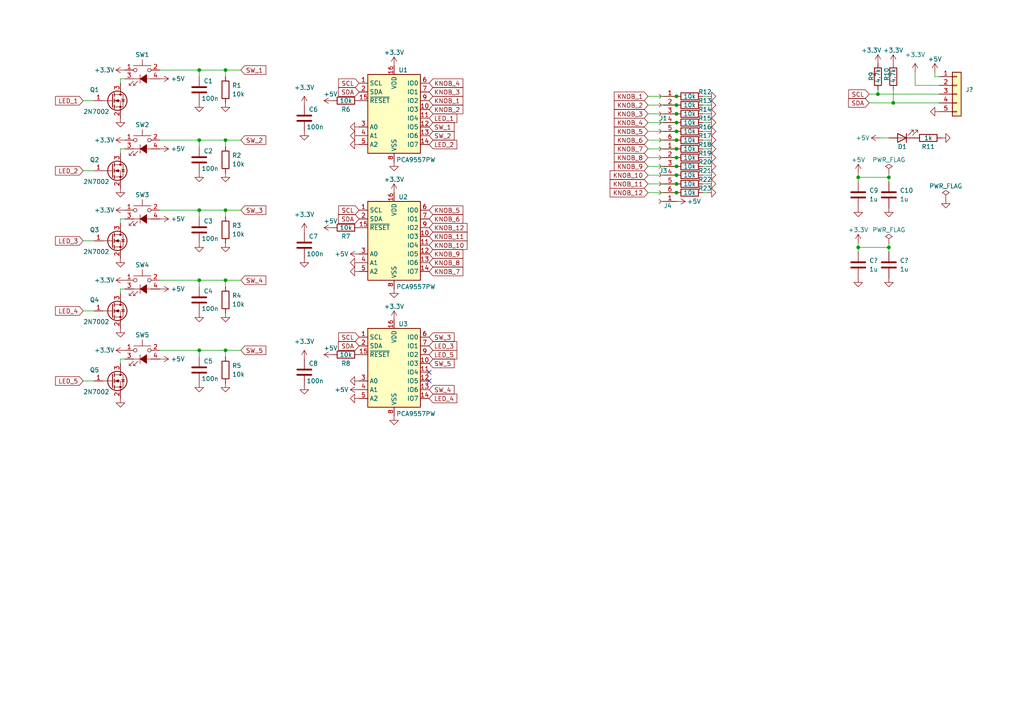
<source format=kicad_sch>
(kicad_sch (version 20211123) (generator eeschema)
  (paper "A4")
  (lib_symbols
    (symbol "Connector:Conn_01x01_Female" (pin_names (offset 1.016) hide)
      (property "Reference" "J" (at 0 2.54 0))
      (property "Value" "Conn_01x01_Female" (at 0 -2.54 0))
      (symbol "Conn_01x01_Female_1_1"
        (polyline (pts (xy -1.27 0) (xy -0.508 0)) (stroke (width 0.1524)))
        (arc (start 0 0.508) (mid -0.508 0) (end 0 -0.508) (stroke (width 0.1524)))
        (pin passive line (at -5.08 0 0) (length 3.81) (name "Pin_1") (number "1"))
      )
    )
    (symbol "Connector:Conn_01x06_Female" (pin_names (offset 1.016) hide)
      (property "Reference" "J" (at 0 7.62 0))
      (property "Value" "Conn_01x06_Female" (at 0 -10.16 0))
      (symbol "Conn_01x06_Female_1_1"
        (arc (start 0 -7.112) (mid -0.508 -7.62) (end 0 -8.128) (stroke (width 0.1524)))
        (arc (start 0 -4.572) (mid -0.508 -5.08) (end 0 -5.588) (stroke (width 0.1524)))
        (arc (start 0 -2.032) (mid -0.508 -2.54) (end 0 -3.048) (stroke (width 0.1524)))
        (polyline (pts (xy -1.27 -7.62) (xy -0.508 -7.62)) (stroke (width 0.1524)))
        (polyline (pts (xy -1.27 -5.08) (xy -0.508 -5.08)) (stroke (width 0.1524)))
        (polyline (pts (xy -1.27 -2.54) (xy -0.508 -2.54)) (stroke (width 0.1524)))
        (polyline (pts (xy -1.27 0) (xy -0.508 0)) (stroke (width 0.1524)))
        (polyline (pts (xy -1.27 2.54) (xy -0.508 2.54)) (stroke (width 0.1524)))
        (polyline (pts (xy -1.27 5.08) (xy -0.508 5.08)) (stroke (width 0.1524)))
        (arc (start 0 0.508) (mid -0.508 0) (end 0 -0.508) (stroke (width 0.1524)))
        (arc (start 0 3.048) (mid -0.508 2.54) (end 0 2.032) (stroke (width 0.1524)))
        (arc (start 0 5.588) (mid -0.508 5.08) (end 0 4.572) (stroke (width 0.1524)))
        (pin passive line (at -5.08 5.08 0) (length 3.81) (name "Pin_1") (number "1"))
        (pin passive line (at -5.08 2.54 0) (length 3.81) (name "Pin_2") (number "2"))
        (pin passive line (at -5.08 0 0) (length 3.81) (name "Pin_3") (number "3"))
        (pin passive line (at -5.08 -2.54 0) (length 3.81) (name "Pin_4") (number "4"))
        (pin passive line (at -5.08 -5.08 0) (length 3.81) (name "Pin_5") (number "5"))
        (pin passive line (at -5.08 -7.62 0) (length 3.81) (name "Pin_6") (number "6"))
      )
    )
    (symbol "Connector_Generic:Conn_01x05" (pin_names (offset 1.016) hide)
      (property "Reference" "J" (at 0 7.62 0))
      (property "Value" "Conn_01x05" (at 0 -7.62 0))
      (symbol "Conn_01x05_1_1"
        (rectangle (start -1.27 -4.953) (end 0 -5.207) (stroke (width 0.1524)))
        (rectangle (start -1.27 -2.413) (end 0 -2.667) (stroke (width 0.1524)))
        (rectangle (start -1.27 0.127) (end 0 -0.127) (stroke (width 0.1524)))
        (rectangle (start -1.27 2.667) (end 0 2.413) (stroke (width 0.1524)))
        (rectangle (start -1.27 5.207) (end 0 4.953) (stroke (width 0.1524)))
        (rectangle (start -1.27 6.35) (end 1.27 -6.35) (stroke (width 0.254)) (fill (type background)))
        (pin passive line (at -5.08 5.08 0) (length 3.81) (name "Pin_1") (number "1"))
        (pin passive line (at -5.08 2.54 0) (length 3.81) (name "Pin_2") (number "2"))
        (pin passive line (at -5.08 0 0) (length 3.81) (name "Pin_3") (number "3"))
        (pin passive line (at -5.08 -2.54 0) (length 3.81) (name "Pin_4") (number "4"))
        (pin passive line (at -5.08 -5.08 0) (length 3.81) (name "Pin_5") (number "5"))
      )
    )
    (symbol "Device:C" (pin_numbers hide) (pin_names (offset 0.254))
      (property "Reference" "C" (at 0.635 2.54 0))
      (property "Value" "C" (at 0.635 -2.54 0))
      (symbol "C_0_1"
        (polyline (pts (xy -2.032 -0.762) (xy 2.032 -0.762)) (stroke (width 0.508)))
        (polyline (pts (xy -2.032 0.762) (xy 2.032 0.762)) (stroke (width 0.508)))
      )
      (symbol "C_1_1"
        (pin passive line (at 0 3.81 270) (length 2.794) (name "~") (number "1"))
        (pin passive line (at 0 -3.81 90) (length 2.794) (name "~") (number "2"))
      )
    )
    (symbol "Device:LED" (pin_numbers hide) (pin_names (offset 1.016) hide)
      (property "Reference" "D" (at 0 2.54 0))
      (property "Value" "LED" (at 0 -2.54 0))
      (symbol "LED_0_1"
        (polyline (pts (xy -1.27 -1.27) (xy -1.27 1.27)) (stroke (width 0.254)))
        (polyline (pts (xy -1.27 0) (xy 1.27 0)))
        (polyline (pts (xy 1.27 -1.27) (xy 1.27 1.27) (xy -1.27 0) (xy 1.27 -1.27)) (stroke (width 0.254)))
        (polyline (pts (xy -3.048 -0.762) (xy -4.572 -2.286) (xy -3.81 -2.286) (xy -4.572 -2.286) (xy -4.572 -1.524)))
        (polyline (pts (xy -1.778 -0.762) (xy -3.302 -2.286) (xy -2.54 -2.286) (xy -3.302 -2.286) (xy -3.302 -1.524)))
      )
      (symbol "LED_1_1"
        (pin passive line (at -3.81 0 0) (length 2.54) (name "K") (number "1"))
        (pin passive line (at 3.81 0 180) (length 2.54) (name "A") (number "2"))
      )
    )
    (symbol "Device:R" (pin_numbers hide) (pin_names (offset 0))
      (property "Reference" "R" (at 2.032 0 90))
      (property "Value" "R" (at 0 0 90))
      (symbol "R_0_1"
        (rectangle (start -1.016 -2.54) (end 1.016 2.54) (stroke (width 0.254)))
      )
      (symbol "R_1_1"
        (pin passive line (at 0 3.81 270) (length 1.27) (name "~") (number "1"))
        (pin passive line (at 0 -3.81 90) (length 1.27) (name "~") (number "2"))
      )
    )
    (symbol "Interface_Expansion:PCA9557PW"
      (property "Reference" "U" (at -7.62 11.43 0))
      (property "Value" "PCA9557PW" (at 2.54 11.43 0))
      (symbol "PCA9557PW_0_1"
        (rectangle (start -7.62 -12.7) (end 7.62 10.16) (stroke (width 0.254)) (fill (type background)))
      )
      (symbol "PCA9557PW_1_1"
        (pin input line (at -10.16 7.62 0) (length 2.54) (name "SCL") (number "1"))
        (pin bidirectional line (at 10.16 0 180) (length 2.54) (name "IO3") (number "10"))
        (pin bidirectional line (at 10.16 -2.54 180) (length 2.54) (name "IO4") (number "11"))
        (pin bidirectional line (at 10.16 -5.08 180) (length 2.54) (name "IO5") (number "12"))
        (pin bidirectional line (at 10.16 -7.62 180) (length 2.54) (name "IO6") (number "13"))
        (pin bidirectional line (at 10.16 -10.16 180) (length 2.54) (name "IO7") (number "14"))
        (pin input line (at -10.16 2.54 0) (length 2.54) (name "~{RESET}") (number "15"))
        (pin power_in line (at 0 12.7 270) (length 2.54) (name "VDD") (number "16"))
        (pin bidirectional line (at -10.16 5.08 0) (length 2.54) (name "SDA") (number "2"))
        (pin input line (at -10.16 -5.08 0) (length 2.54) (name "A0") (number "3"))
        (pin input line (at -10.16 -7.62 0) (length 2.54) (name "A1") (number "4"))
        (pin input line (at -10.16 -10.16 0) (length 2.54) (name "A2") (number "5"))
        (pin bidirectional line (at 10.16 7.62 180) (length 2.54) (name "IO0") (number "6"))
        (pin bidirectional line (at 10.16 5.08 180) (length 2.54) (name "IO1") (number "7"))
        (pin power_in line (at 0 -15.24 90) (length 2.54) (name "VSS") (number "8"))
        (pin bidirectional line (at 10.16 2.54 180) (length 2.54) (name "IO2") (number "9"))
      )
    )
    (symbol "Switch:SW_Push_LED" (pin_names (offset 1.016) hide)
      (property "Reference" "SW" (at 0.635 5.715 0))
      (property "Value" "SW_Push_LED" (at 0 -3.175 0))
      (symbol "SW_Push_LED_0_0"
        (polyline (pts (xy -3.81 -1.905) (xy -2.54 -0.635)))
        (polyline (pts (xy -2.54 -1.905) (xy -1.27 -0.635)))
        (polyline (pts (xy -2.54 0) (xy 2.54 0)))
        (polyline (pts (xy -0.635 1.27) (xy -0.635 -1.27)))
        (polyline (pts (xy -3.81 -1.27) (xy -3.81 -1.905) (xy -3.175 -1.905)))
        (polyline (pts (xy -2.54 -1.27) (xy -2.54 -1.905) (xy -1.905 -1.905)))
        (polyline (pts (xy -0.635 0) (xy 1.27 1.27) (xy 1.27 -1.27) (xy -0.635 0)) (fill (type outline)))
      )
      (symbol "SW_Push_LED_0_1"
        (circle (center -2.032 2.54) (radius 0.508))
        (polyline (pts (xy 0 3.81) (xy 0 5.588)))
        (polyline (pts (xy 2.54 3.81) (xy -2.54 3.81)))
        (circle (center 2.032 2.54) (radius 0.508))
        (pin passive line (at -5.08 2.54 0) (length 2.54) (name "1") (number "1"))
        (pin passive line (at 5.08 2.54 180) (length 2.54) (name "2") (number "2"))
        (pin passive line (at -5.08 0 0) (length 2.54) (name "K") (number "3"))
        (pin passive line (at 5.08 0 180) (length 2.54) (name "A") (number "4"))
      )
    )
    (symbol "Transistor_FET:2N7002" (pin_names hide)
      (property "Reference" "Q" (at 5.08 1.905 0))
      (property "Value" "2N7002" (at 5.08 0 0))
      (symbol "2N7002_0_1"
        (polyline (pts (xy 0.254 0) (xy -2.54 0)))
        (polyline (pts (xy 0.254 1.905) (xy 0.254 -1.905)) (stroke (width 0.254)))
        (polyline (pts (xy 0.762 -1.27) (xy 0.762 -2.286)) (stroke (width 0.254)))
        (polyline (pts (xy 0.762 0.508) (xy 0.762 -0.508)) (stroke (width 0.254)))
        (polyline (pts (xy 0.762 2.286) (xy 0.762 1.27)) (stroke (width 0.254)))
        (polyline (pts (xy 2.54 2.54) (xy 2.54 1.778)))
        (polyline (pts (xy 2.54 -2.54) (xy 2.54 0) (xy 0.762 0)))
        (polyline (pts (xy 0.762 -1.778) (xy 3.302 -1.778) (xy 3.302 1.778) (xy 0.762 1.778)))
        (polyline (pts (xy 1.016 0) (xy 2.032 0.381) (xy 2.032 -0.381) (xy 1.016 0)) (fill (type outline)))
        (polyline (pts (xy 2.794 0.508) (xy 2.921 0.381) (xy 3.683 0.381) (xy 3.81 0.254)))
        (polyline (pts (xy 3.302 0.381) (xy 2.921 -0.254) (xy 3.683 -0.254) (xy 3.302 0.381)))
        (circle (center 1.651 0) (radius 2.794) (stroke (width 0.254)))
        (circle (center 2.54 -1.778) (radius 0.254) (fill (type outline)))
        (circle (center 2.54 1.778) (radius 0.254) (fill (type outline)))
      )
      (symbol "2N7002_1_1"
        (pin input line (at -5.08 0 0) (length 2.54) (name "G") (number "1"))
        (pin passive line (at 2.54 -5.08 90) (length 2.54) (name "S") (number "2"))
        (pin passive line (at 2.54 5.08 270) (length 2.54) (name "D") (number "3"))
      )
    )
    (symbol "power:+3.3V" (power) (pin_names (offset 0))
      (property "Value" "+3.3V" (at 0 3.556 0))
      (symbol "+3.3V_0_1"
        (polyline (pts (xy -0.762 1.27) (xy 0 2.54)))
        (polyline (pts (xy 0 0) (xy 0 2.54)))
        (polyline (pts (xy 0 2.54) (xy 0.762 1.27)))
      )
      (symbol "+3.3V_1_1"
        (pin power_in line (at 0 0 90) (length 0) hide (name "+3.3V") (number "1"))
      )
    )
    (symbol "power:+5V" (power) (pin_names (offset 0))
      (property "Value" "+5V" (at 0 3.556 0))
      (symbol "+5V_0_1"
        (polyline (pts (xy -0.762 1.27) (xy 0 2.54)))
        (polyline (pts (xy 0 0) (xy 0 2.54)))
        (polyline (pts (xy 0 2.54) (xy 0.762 1.27)))
      )
      (symbol "+5V_1_1"
        (pin power_in line (at 0 0 90) (length 0) hide (name "+5V") (number "1"))
      )
    )
    (symbol "power:GND" (power) (pin_names (offset 0))
      (property "Value" "GND" (at 0 -3.81 0))
      (symbol "GND_0_1"
        (polyline (pts (xy 0 0) (xy 0 -1.27) (xy 1.27 -1.27) (xy 0 -2.54) (xy -1.27 -1.27) (xy 0 -1.27)))
      )
      (symbol "GND_1_1"
        (pin power_in line (at 0 0 270) (length 0) hide (name "GND") (number "1"))
      )
    )
    (symbol "power:PWR_FLAG" (power) (pin_numbers hide) (pin_names (offset 0) hide)
      (property "Value" "PWR_FLAG" (at 0 3.81 0))
      (symbol "PWR_FLAG_0_0"
        (pin power_out line (at 0 0 90) (length 0) (name "pwr") (number "1"))
      )
      (symbol "PWR_FLAG_0_1"
        (polyline (pts (xy 0 0) (xy 0 1.27) (xy -1.016 1.905) (xy 0 2.54) (xy 1.016 1.905) (xy 0 1.27)))
      )
    )
  )
  (junction (at 65.405 81.28))
  (junction (at 196.215 30.48))
  (junction (at 57.785 20.32))
  (junction (at 196.215 43.18))
  (junction (at 257.81 71.755))
  (junction (at 196.215 33.02))
  (junction (at 57.785 101.6))
  (junction (at 65.405 20.32))
  (junction (at 57.785 40.64))
  (junction (at 248.92 51.435))
  (junction (at 57.785 60.96))
  (junction (at 196.215 45.72))
  (junction (at 196.215 35.56))
  (junction (at 196.215 55.88))
  (junction (at 65.405 101.6))
  (junction (at 65.405 60.96))
  (junction (at 196.215 27.94))
  (junction (at 65.405 40.64))
  (junction (at 254.635 27.305))
  (junction (at 259.08 29.845))
  (junction (at 57.785 81.28))
  (junction (at 196.215 38.1))
  (junction (at 257.81 51.435))
  (junction (at 196.215 40.64))
  (junction (at 248.92 71.755))
  (junction (at 196.215 53.34))
  (junction (at 196.215 50.8))
  (junction (at 196.215 48.26))
  (no_connect (at 124.46 107.95))
  (no_connect (at 124.46 110.49))
  (wire (pts (xy 57.785 81.28) (xy 46.355 81.28)))
  (wire (pts (xy 57.785 101.6) (xy 46.355 101.6)))
  (wire (pts (xy 257.81 50.165) (xy 257.81 51.435)))
  (wire (pts (xy 203.835 30.48) (xy 205.105 30.48)))
  (wire (pts (xy 196.215 38.1) (xy 187.96 38.1)))
  (wire (pts (xy 196.215 50.8) (xy 187.96 50.8)))
  (wire (pts (xy 203.835 33.02) (xy 205.105 33.02)))
  (wire (pts (xy 196.215 48.26) (xy 187.96 48.26)))
  (wire (pts (xy 203.835 40.64) (xy 205.105 40.64)))
  (wire (pts (xy 34.925 64.77) (xy 34.925 63.5)))
  (wire (pts (xy 257.81 40.005) (xy 255.27 40.005)))
  (wire (pts (xy 248.92 51.435) (xy 257.81 51.435)))
  (wire (pts (xy 196.215 45.72) (xy 187.96 45.72)))
  (wire (pts (xy 271.145 20.955) (xy 271.145 22.225)))
  (wire (pts (xy 65.405 101.6) (xy 69.85 101.6)))
  (wire (pts (xy 265.43 20.955) (xy 265.43 24.765)))
  (wire (pts (xy 196.215 35.56) (xy 187.96 35.56)))
  (wire (pts (xy 57.785 62.865) (xy 57.785 60.96)))
  (wire (pts (xy 34.925 44.45) (xy 34.925 43.18)))
  (wire (pts (xy 34.925 83.82) (xy 36.195 83.82)))
  (wire (pts (xy 203.835 45.72) (xy 205.105 45.72)))
  (wire (pts (xy 65.405 20.32) (xy 69.85 20.32)))
  (wire (pts (xy 252.095 29.845) (xy 259.08 29.845)))
  (wire (pts (xy 57.785 20.32) (xy 65.405 20.32)))
  (wire (pts (xy 65.405 40.64) (xy 69.85 40.64)))
  (wire (pts (xy 57.785 40.64) (xy 65.405 40.64)))
  (wire (pts (xy 203.835 35.56) (xy 205.105 35.56)))
  (wire (pts (xy 24.13 29.21) (xy 27.305 29.21)))
  (wire (pts (xy 196.215 27.94) (xy 187.96 27.94)))
  (wire (pts (xy 57.785 42.545) (xy 57.785 40.64)))
  (wire (pts (xy 259.08 26.035) (xy 259.08 29.845)))
  (wire (pts (xy 203.835 48.26) (xy 205.105 48.26)))
  (wire (pts (xy 196.215 33.02) (xy 187.96 33.02)))
  (wire (pts (xy 196.215 43.18) (xy 187.96 43.18)))
  (wire (pts (xy 257.81 51.435) (xy 257.81 52.705)))
  (wire (pts (xy 203.835 38.1) (xy 205.105 38.1)))
  (wire (pts (xy 57.785 60.96) (xy 65.405 60.96)))
  (wire (pts (xy 203.835 50.8) (xy 205.105 50.8)))
  (wire (pts (xy 252.095 27.305) (xy 254.635 27.305)))
  (wire (pts (xy 248.92 51.435) (xy 248.92 52.705)))
  (wire (pts (xy 34.925 43.18) (xy 36.195 43.18)))
  (wire (pts (xy 203.835 53.34) (xy 205.105 53.34)))
  (wire (pts (xy 34.925 105.41) (xy 34.925 104.14)))
  (wire (pts (xy 203.835 43.18) (xy 205.105 43.18)))
  (wire (pts (xy 24.13 110.49) (xy 27.305 110.49)))
  (wire (pts (xy 57.785 40.64) (xy 46.355 40.64)))
  (wire (pts (xy 248.92 70.485) (xy 248.92 71.755)))
  (wire (pts (xy 57.785 83.185) (xy 57.785 81.28)))
  (wire (pts (xy 257.81 70.485) (xy 257.81 71.755)))
  (wire (pts (xy 34.925 22.86) (xy 36.195 22.86)))
  (wire (pts (xy 57.785 81.28) (xy 65.405 81.28)))
  (wire (pts (xy 248.92 50.165) (xy 248.92 51.435)))
  (wire (pts (xy 259.08 29.845) (xy 272.415 29.845)))
  (wire (pts (xy 24.13 49.53) (xy 27.305 49.53)))
  (wire (pts (xy 24.13 69.85) (xy 27.305 69.85)))
  (wire (pts (xy 257.81 71.755) (xy 257.81 73.025)))
  (wire (pts (xy 57.785 20.32) (xy 46.355 20.32)))
  (wire (pts (xy 248.92 71.755) (xy 257.81 71.755)))
  (wire (pts (xy 65.405 60.96) (xy 65.405 62.865)))
  (wire (pts (xy 203.835 55.88) (xy 205.105 55.88)))
  (wire (pts (xy 24.13 90.17) (xy 27.305 90.17)))
  (wire (pts (xy 65.405 81.28) (xy 69.85 81.28)))
  (wire (pts (xy 196.215 30.48) (xy 187.96 30.48)))
  (wire (pts (xy 254.635 26.035) (xy 254.635 27.305)))
  (wire (pts (xy 248.92 71.755) (xy 248.92 73.025)))
  (wire (pts (xy 196.215 55.88) (xy 187.96 55.88)))
  (wire (pts (xy 65.405 40.64) (xy 65.405 42.545)))
  (wire (pts (xy 57.785 101.6) (xy 65.405 101.6)))
  (wire (pts (xy 34.925 104.14) (xy 36.195 104.14)))
  (wire (pts (xy 34.925 85.09) (xy 34.925 83.82)))
  (wire (pts (xy 34.925 63.5) (xy 36.195 63.5)))
  (wire (pts (xy 65.405 20.32) (xy 65.405 22.225)))
  (wire (pts (xy 271.145 22.225) (xy 272.415 22.225)))
  (wire (pts (xy 57.785 22.225) (xy 57.785 20.32)))
  (wire (pts (xy 65.405 81.28) (xy 65.405 83.185)))
  (wire (pts (xy 57.785 103.505) (xy 57.785 101.6)))
  (wire (pts (xy 196.215 53.34) (xy 187.96 53.34)))
  (wire (pts (xy 65.405 101.6) (xy 65.405 103.505)))
  (wire (pts (xy 65.405 60.96) (xy 69.85 60.96)))
  (wire (pts (xy 57.785 60.96) (xy 46.355 60.96)))
  (wire (pts (xy 34.925 24.13) (xy 34.925 22.86)))
  (wire (pts (xy 203.835 27.94) (xy 205.105 27.94)))
  (wire (pts (xy 254.635 27.305) (xy 272.415 27.305)))
  (wire (pts (xy 196.215 40.64) (xy 187.96 40.64)))
  (wire (pts (xy 265.43 24.765) (xy 272.415 24.765)))
  (global_label "SW_3" (shape input) (at 124.46 97.79 0) (property "Intersheet References" "${INTERSHEET_REFS}" (effects hide)))
  (global_label "KNOB_11" (shape input) (at 124.46 68.58 0) (property "Intersheet References" "${INTERSHEET_REFS}" (effects hide)))
  (global_label "KNOB_4" (shape input) (at 187.96 35.56 180) (property "Intersheet References" "${INTERSHEET_REFS}" (effects hide)))
  (global_label "SW_5" (shape input) (at 69.85 101.6 0) (property "Intersheet References" "${INTERSHEET_REFS}" (effects hide)))
  (global_label "KNOB_5" (shape input) (at 124.46 60.96 0) (property "Intersheet References" "${INTERSHEET_REFS}" (effects hide)))
  (global_label "KNOB_12" (shape input) (at 187.96 55.88 180) (property "Intersheet References" "${INTERSHEET_REFS}" (effects hide)))
  (global_label "LED_1" (shape input) (at 24.13 29.21 180) (property "Intersheet References" "${INTERSHEET_REFS}" (effects hide)))
  (global_label "SCL" (shape input) (at 104.14 97.79 180) (property "Intersheet References" "${INTERSHEET_REFS}" (effects hide)))
  (global_label "KNOB_10" (shape input) (at 187.96 50.8 180) (property "Intersheet References" "${INTERSHEET_REFS}" (effects hide)))
  (global_label "LED_4" (shape input) (at 24.13 90.17 180) (property "Intersheet References" "${INTERSHEET_REFS}" (effects hide)))
  (global_label "LED_3" (shape input) (at 124.46 100.33 0) (property "Intersheet References" "${INTERSHEET_REFS}" (effects hide)))
  (global_label "SDA" (shape input) (at 104.14 26.67 180) (property "Intersheet References" "${INTERSHEET_REFS}" (effects hide)))
  (global_label "SDA" (shape input) (at 104.14 63.5 180) (property "Intersheet References" "${INTERSHEET_REFS}" (effects hide)))
  (global_label "KNOB_2" (shape input) (at 124.46 31.75 0) (property "Intersheet References" "${INTERSHEET_REFS}" (effects hide)))
  (global_label "LED_3" (shape input) (at 24.13 69.85 180) (property "Intersheet References" "${INTERSHEET_REFS}" (effects hide)))
  (global_label "SDA" (shape input) (at 104.14 100.33 180) (property "Intersheet References" "${INTERSHEET_REFS}" (effects hide)))
  (global_label "SW_4" (shape input) (at 124.46 113.03 0) (property "Intersheet References" "${INTERSHEET_REFS}" (effects hide)))
  (global_label "LED_2" (shape input) (at 124.46 41.91 0) (property "Intersheet References" "${INTERSHEET_REFS}" (effects hide)))
  (global_label "KNOB_6" (shape input) (at 124.46 63.5 0) (property "Intersheet References" "${INTERSHEET_REFS}" (effects hide)))
  (global_label "SCL" (shape input) (at 252.095 27.305 180) (property "Intersheet References" "${INTERSHEET_REFS}" (effects hide)))
  (global_label "SW_1" (shape input) (at 69.85 20.32 0) (property "Intersheet References" "${INTERSHEET_REFS}" (effects hide)))
  (global_label "KNOB_3" (shape input) (at 124.46 26.67 0) (property "Intersheet References" "${INTERSHEET_REFS}" (effects hide)))
  (global_label "SW_5" (shape input) (at 124.46 105.41 0) (property "Intersheet References" "${INTERSHEET_REFS}" (effects hide)))
  (global_label "LED_2" (shape input) (at 24.13 49.53 180) (property "Intersheet References" "${INTERSHEET_REFS}" (effects hide)))
  (global_label "SCL" (shape input) (at 104.14 60.96 180) (property "Intersheet References" "${INTERSHEET_REFS}" (effects hide)))
  (global_label "SCL" (shape input) (at 104.14 24.13 180) (property "Intersheet References" "${INTERSHEET_REFS}" (effects hide)))
  (global_label "SW_2" (shape input) (at 124.46 39.37 0) (property "Intersheet References" "${INTERSHEET_REFS}" (effects hide)))
  (global_label "LED_4" (shape input) (at 124.46 115.57 0) (property "Intersheet References" "${INTERSHEET_REFS}" (effects hide)))
  (global_label "LED_5" (shape input) (at 24.13 110.49 180) (property "Intersheet References" "${INTERSHEET_REFS}" (effects hide)))
  (global_label "KNOB_6" (shape input) (at 187.96 40.64 180) (property "Intersheet References" "${INTERSHEET_REFS}" (effects hide)))
  (global_label "KNOB_7" (shape input) (at 187.96 43.18 180) (property "Intersheet References" "${INTERSHEET_REFS}" (effects hide)))
  (global_label "SW_1" (shape input) (at 124.46 36.83 0) (property "Intersheet References" "${INTERSHEET_REFS}" (effects hide)))
  (global_label "KNOB_12" (shape input) (at 124.46 66.04 0) (property "Intersheet References" "${INTERSHEET_REFS}" (effects hide)))
  (global_label "LED_5" (shape input) (at 124.46 102.87 0) (property "Intersheet References" "${INTERSHEET_REFS}" (effects hide)))
  (global_label "KNOB_9" (shape input) (at 124.46 73.66 0) (property "Intersheet References" "${INTERSHEET_REFS}" (effects hide)))
  (global_label "KNOB_8" (shape input) (at 124.46 76.2 0) (property "Intersheet References" "${INTERSHEET_REFS}" (effects hide)))
  (global_label "KNOB_8" (shape input) (at 187.96 45.72 180) (property "Intersheet References" "${INTERSHEET_REFS}" (effects hide)))
  (global_label "KNOB_1" (shape input) (at 124.46 29.21 0) (property "Intersheet References" "${INTERSHEET_REFS}" (effects hide)))
  (global_label "KNOB_9" (shape input) (at 187.96 48.26 180) (property "Intersheet References" "${INTERSHEET_REFS}" (effects hide)))
  (global_label "KNOB_5" (shape input) (at 187.96 38.1 180) (property "Intersheet References" "${INTERSHEET_REFS}" (effects hide)))
  (global_label "LED_1" (shape input) (at 124.46 34.29 0) (property "Intersheet References" "${INTERSHEET_REFS}" (effects hide)))
  (global_label "SW_4" (shape input) (at 69.85 81.28 0) (property "Intersheet References" "${INTERSHEET_REFS}" (effects hide)))
  (global_label "KNOB_4" (shape input) (at 124.46 24.13 0) (property "Intersheet References" "${INTERSHEET_REFS}" (effects hide)))
  (global_label "KNOB_7" (shape input) (at 124.46 78.74 0) (property "Intersheet References" "${INTERSHEET_REFS}" (effects hide)))
  (global_label "SW_2" (shape input) (at 69.85 40.64 0) (property "Intersheet References" "${INTERSHEET_REFS}" (effects hide)))
  (global_label "KNOB_2" (shape input) (at 187.96 30.48 180) (property "Intersheet References" "${INTERSHEET_REFS}" (effects hide)))
  (global_label "SDA" (shape input) (at 252.095 29.845 180) (property "Intersheet References" "${INTERSHEET_REFS}" (effects hide)))
  (global_label "KNOB_1" (shape input) (at 187.96 27.94 180) (property "Intersheet References" "${INTERSHEET_REFS}" (effects hide)))
  (global_label "KNOB_10" (shape input) (at 124.46 71.12 0) (property "Intersheet References" "${INTERSHEET_REFS}" (effects hide)))
  (global_label "KNOB_3" (shape input) (at 187.96 33.02 180) (property "Intersheet References" "${INTERSHEET_REFS}" (effects hide)))
  (global_label "SW_3" (shape input) (at 69.85 60.96 0) (property "Intersheet References" "${INTERSHEET_REFS}" (effects hide)))
  (global_label "KNOB_11" (shape input) (at 187.96 53.34 180) (property "Intersheet References" "${INTERSHEET_REFS}" (effects hide)))
  (symbol (lib_id "power:GND") (at 257.81 60.325 0) (unit 1)
    (property "Reference" "#PWR0158" (effects hide))
    (property "Value" "GND" (effects hide))
  )
  (symbol (lib_id "Device:C") (at 57.785 107.315 0) (unit 1)
    (property "Reference" "C5" (at 59.055 104.775 0) (effects (justify left)))
    (property "Value" "100n" (at 58.42 109.855 0) (effects (justify left)))
    (property "Footprint" "Capacitor_SMD:C_0603_1608Metric" (effects hide))
    (property "LCSC" "C14663" (effects hide))
  )
  (symbol (lib_id "power:GND") (at 34.925 54.61 0) (unit 1)
    (property "Reference" "#PWR0107" (effects hide))
    (property "Value" "GND" (effects hide))
  )
  (symbol (lib_id "power:GND") (at 104.14 78.74 270) (unit 1)
    (property "Reference" "#PWR0153" (effects hide))
    (property "Value" "GND" (effects hide))
  )
  (symbol (lib_id "power:GND") (at 34.925 115.57 0) (unit 1)
    (property "Reference" "#PWR0140" (effects hide))
    (property "Value" "GND" (effects hide))
  )
  (symbol (lib_id "power:GND") (at 248.92 60.325 0) (unit 1)
    (property "Reference" "#PWR0159" (effects hide))
    (property "Value" "GND" (effects hide))
  )
  (symbol (lib_id "Device:R") (at 200.025 40.64 270) (mirror x) (unit 1)
    (property "Reference" "R17" (at 204.47 39.37 90))
    (property "Value" "10k" (at 200.025 40.64 90))
    (property "Footprint" "Resistor_SMD:R_0603_1608Metric" (effects hide))
    (property "LCSC" "C25804" (effects hide))
  )
  (symbol (lib_id "Device:R") (at 200.025 53.34 270) (mirror x) (unit 1)
    (property "Reference" "R22" (at 204.47 52.07 90))
    (property "Value" "10k" (at 200.025 53.34 90))
    (property "Footprint" "Resistor_SMD:R_0603_1608Metric" (effects hide))
    (property "LCSC" "C25804" (effects hide))
  )
  (symbol (lib_id "Transistor_FET:2N7002") (at 32.385 49.53 0) (unit 1)
    (property "Reference" "Q2" (at 26.035 46.355 0) (effects (justify left)))
    (property "Value" "2N7002" (at 24.13 52.705 0) (effects (justify left)))
    (property "Footprint" "Package_TO_SOT_SMD:SOT-23" (effects hide))
    (property "Datasheet" "https://www.onsemi.com/pub/Collateral/NDS7002A-D.PDF" (effects hide))
    (property "LCSC" "C8545" (effects hide))
  )
  (symbol (lib_id "power:+5V") (at 46.355 104.14 270) (unit 1)
    (property "Reference" "#PWR0118" (effects hide))
    (property "Value" "+5V" (at 49.53 104.14 90) (effects (justify left)))
  )
  (symbol (lib_id "Connector_Generic:Conn_01x05") (at 277.495 27.305 0) (unit 1)
    (property "Reference" "J?" (at 280.035 26.0349 0) (effects (justify left)))
    (property "Value" "Conn_01x05" (effects hide))
    (property "Footprint" "Connector_PinHeader_2.54mm:PinHeader_1x06_P2.54mm_Horizontal" (effects hide))
  )
  (symbol (lib_id "Device:C") (at 248.92 76.835 0) (unit 1)
    (property "Reference" "C?" (at 252.095 75.565 0) (effects (justify left)))
    (property "Value" "1u" (at 252.095 78.105 0) (effects (justify left)))
    (property "Footprint" "Capacitor_SMD:C_0603_1608Metric" (effects hide))
    (property "LCSC" "C15849" (effects hide))
  )
  (symbol (lib_id "power:+3.3V") (at 114.3 92.71 0) (unit 1)
    (property "Reference" "#PWR?" (effects hide))
    (property "Value" "+3.3V" (at 114.3 88.9 0))
  )
  (symbol (lib_id "Device:R") (at 65.405 46.355 0) (unit 1)
    (property "Reference" "R2" (at 67.31 45.0849 0) (effects (justify left)))
    (property "Value" "10k" (at 67.31 47.6249 0) (effects (justify left)))
    (property "Footprint" "Resistor_SMD:R_0603_1608Metric" (effects hide))
    (property "LCSC" "C25804" (effects hide))
  )
  (symbol (lib_id "power:GND") (at 65.405 111.125 0) (unit 1)
    (property "Reference" "#PWR0120" (effects hide))
    (property "Value" "GND" (effects hide))
  )
  (symbol (lib_id "Device:R") (at 100.33 102.87 270) (unit 1)
    (property "Reference" "R8" (at 100.33 105.41 90))
    (property "Value" "10k" (at 100.33 102.87 90))
    (property "Footprint" "Resistor_SMD:R_0603_1608Metric" (effects hide))
    (property "LCSC" "C25804" (effects hide))
  )
  (symbol (lib_id "Switch:SW_Push_LED") (at 41.275 104.14 0) (unit 1)
    (property "Reference" "SW5" (at 41.275 97.155 0))
    (property "Value" "SW_Push_LED" (effects hide))
    (property "Footprint" "eoz_fl:FL12Lx5" (effects hide))
  )
  (symbol (lib_id "Device:R") (at 200.025 50.8 270) (mirror x) (unit 1)
    (property "Reference" "R21" (at 204.47 49.53 90))
    (property "Value" "10k" (at 200.025 50.8 90))
    (property "Footprint" "Resistor_SMD:R_0603_1608Metric" (effects hide))
    (property "LCSC" "C25804" (effects hide))
  )
  (symbol (lib_id "Device:R") (at 269.24 40.005 270) (unit 1)
    (property "Reference" "R11" (at 269.24 42.545 90))
    (property "Value" "1k" (at 269.24 40.005 90))
    (property "Footprint" "Resistor_SMD:R_0603_1608Metric" (effects hide))
    (property "LCSC" "C21190" (effects hide))
  )
  (symbol (lib_id "power:GND") (at 34.925 74.93 0) (unit 1)
    (property "Reference" "#PWR0138" (effects hide))
    (property "Value" "GND" (effects hide))
  )
  (symbol (lib_id "power:GND") (at 114.3 120.65 0) (unit 1)
    (property "Reference" "#PWR0128" (effects hide))
    (property "Value" "GND" (effects hide))
  )
  (symbol (lib_id "power:+5V") (at 46.355 63.5 270) (unit 1)
    (property "Reference" "#PWR0111" (effects hide))
    (property "Value" "+5V" (at 49.53 63.5 90) (effects (justify left)))
  )
  (symbol (lib_id "power:GND") (at 104.14 110.49 270) (unit 1)
    (property "Reference" "#PWR0125" (effects hide))
    (property "Value" "GND" (effects hide))
  )
  (symbol (lib_id "Device:C") (at 88.265 71.12 0) (unit 1)
    (property "Reference" "C7" (at 89.535 68.58 0) (effects (justify left)))
    (property "Value" "100n" (at 88.9 73.66 0) (effects (justify left)))
    (property "Footprint" "Capacitor_SMD:C_0603_1608Metric" (effects hide))
    (property "LCSC" "C14663" (effects hide))
  )
  (symbol (lib_id "power:+5V") (at 96.52 102.87 90) (unit 1)
    (property "Reference" "#PWR0123" (effects hide))
    (property "Value" "+5V" (at 95.885 100.965 90))
  )
  (symbol (lib_id "Device:R") (at 259.08 22.225 0) (unit 1)
    (property "Reference" "R10" (at 257.175 23.495 90) (effects (justify left)))
    (property "Value" "4.7k" (at 259.08 24.13 90) (effects (justify left)))
    (property "Footprint" "Resistor_SMD:R_0603_1608Metric" (effects hide))
    (property "LCSC" "C23162" (effects hide))
  )
  (symbol (lib_id "Device:R") (at 200.025 35.56 270) (mirror x) (unit 1)
    (property "Reference" "R15" (at 204.47 34.29 90))
    (property "Value" "10k" (at 200.025 35.56 90))
    (property "Footprint" "Resistor_SMD:R_0603_1608Metric" (effects hide))
    (property "LCSC" "C25804" (effects hide))
  )
  (symbol (lib_id "power:GND") (at 57.785 29.845 0) (unit 1)
    (property "Reference" "#PWR0103" (effects hide))
    (property "Value" "GND" (effects hide))
  )
  (symbol (lib_id "power:GND") (at 205.105 48.26 90) (mirror x) (unit 1)
    (property "Reference" "#PWR010" (effects hide))
    (property "Value" "GND" (effects hide))
  )
  (symbol (lib_id "power:+5V") (at 96.52 66.04 90) (unit 1)
    (property "Reference" "#PWR0144" (effects hide))
    (property "Value" "+5V" (at 95.885 64.135 90))
  )
  (symbol (lib_id "Transistor_FET:2N7002") (at 32.385 69.85 0) (unit 1)
    (property "Reference" "Q3" (at 26.035 66.675 0) (effects (justify left)))
    (property "Value" "2N7002" (at 24.13 73.025 0) (effects (justify left)))
    (property "Footprint" "Package_TO_SOT_SMD:SOT-23" (effects hide))
    (property "Datasheet" "https://www.onsemi.com/pub/Collateral/NDS7002A-D.PDF" (effects hide))
    (property "LCSC" "C8545" (effects hide))
  )
  (symbol (lib_id "Device:C") (at 248.92 56.515 0) (unit 1)
    (property "Reference" "C9" (at 252.095 55.245 0) (effects (justify left)))
    (property "Value" "1u" (at 252.095 57.785 0) (effects (justify left)))
    (property "Footprint" "Capacitor_SMD:C_0603_1608Metric" (effects hide))
    (property "LCSC" "C15849" (effects hide))
  )
  (symbol (lib_id "Device:R") (at 65.405 86.995 0) (unit 1)
    (property "Reference" "R4" (at 67.31 85.7249 0) (effects (justify left)))
    (property "Value" "10k" (at 67.31 88.2649 0) (effects (justify left)))
    (property "Footprint" "Resistor_SMD:R_0603_1608Metric" (effects hide))
    (property "LCSC" "C25804" (effects hide))
  )
  (symbol (lib_id "power:GND") (at 57.785 50.165 0) (unit 1)
    (property "Reference" "#PWR0112" (effects hide))
    (property "Value" "GND" (effects hide))
  )
  (symbol (lib_id "Connector:Conn_01x06_Female") (at 191.135 48.26 0) (mirror y) (unit 1)
    (property "Reference" "J3" (at 192.405 49.53 0))
    (property "Value" "Conn_01x06_Female" (effects hide))
    (property "Footprint" "Connector_PinHeader_2.00mm:PinHeader_1x06_P2.00mm_Vertical" (effects hide))
  )
  (symbol (lib_id "power:PWR_FLAG") (at 274.32 57.785 0) (unit 1)
    (property "Reference" "#FLG0102" (effects hide))
    (property "Value" "PWR_FLAG" (at 274.32 53.975 0))
  )
  (symbol (lib_id "power:+3.3V") (at 88.265 30.48 0) (unit 1)
    (property "Reference" "#PWR?" (effects hide))
    (property "Value" "+3.3V" (at 88.265 25.4 0))
  )
  (symbol (lib_id "Switch:SW_Push_LED") (at 41.275 63.5 0) (unit 1)
    (property "Reference" "SW3" (at 41.275 56.515 0))
    (property "Value" "SW_Push_LED" (effects hide))
    (property "Footprint" "eoz_fl:FL12Lx5" (effects hide))
  )
  (symbol (lib_id "power:GND") (at 205.105 50.8 90) (mirror x) (unit 1)
    (property "Reference" "#PWR011" (effects hide))
    (property "Value" "GND" (effects hide))
  )
  (symbol (lib_id "power:+5V") (at 104.14 73.66 90) (unit 1)
    (property "Reference" "#PWR0147" (effects hide))
    (property "Value" "+5V" (at 99.06 73.66 90))
  )
  (symbol (lib_id "power:PWR_FLAG") (at 257.81 70.485 0) (unit 1)
    (property "Reference" "#FLG?" (effects hide))
    (property "Value" "PWR_FLAG" (at 257.81 66.675 0))
  )
  (symbol (lib_id "power:+3.3V") (at 254.635 18.415 0) (unit 1)
    (property "Reference" "#PWR?" (effects hide))
    (property "Value" "+3.3V" (at 252.73 14.605 0))
  )
  (symbol (lib_id "power:GND") (at 104.14 39.37 270) (unit 1)
    (property "Reference" "#PWR0151" (effects hide))
    (property "Value" "GND" (effects hide))
  )
  (symbol (lib_id "power:GND") (at 205.105 43.18 90) (mirror x) (unit 1)
    (property "Reference" "#PWR08" (effects hide))
    (property "Value" "GND" (effects hide))
  )
  (symbol (lib_id "Device:R") (at 254.635 22.225 0) (unit 1)
    (property "Reference" "R9" (at 252.73 23.495 90) (effects (justify left)))
    (property "Value" "4.7k" (at 254.635 24.13 90) (effects (justify left)))
    (property "Footprint" "Resistor_SMD:R_0603_1608Metric" (effects hide))
    (property "LCSC" "C23162" (effects hide))
  )
  (symbol (lib_id "power:GND") (at 205.105 53.34 90) (mirror x) (unit 1)
    (property "Reference" "#PWR012" (effects hide))
    (property "Value" "GND" (effects hide))
  )
  (symbol (lib_id "Device:R") (at 200.025 27.94 270) (mirror x) (unit 1)
    (property "Reference" "R12" (at 204.47 26.67 90))
    (property "Value" "10k" (at 200.025 27.94 90))
    (property "Footprint" "Resistor_SMD:R_0603_1608Metric" (effects hide))
    (property "LCSC" "C25804" (effects hide))
  )
  (symbol (lib_id "Device:R") (at 200.025 43.18 270) (mirror x) (unit 1)
    (property "Reference" "R18" (at 204.47 41.91 90))
    (property "Value" "10k" (at 200.025 43.18 90))
    (property "Footprint" "Resistor_SMD:R_0603_1608Metric" (effects hide))
    (property "LCSC" "C25804" (effects hide))
  )
  (symbol (lib_id "Device:C") (at 257.81 76.835 0) (unit 1)
    (property "Reference" "C?" (at 260.985 75.565 0) (effects (justify left)))
    (property "Value" "1u" (at 260.985 78.105 0) (effects (justify left)))
    (property "Footprint" "Capacitor_SMD:C_0603_1608Metric" (effects hide))
    (property "LCSC" "C15849" (effects hide))
  )
  (symbol (lib_id "power:+3.3V") (at 265.43 20.955 0) (unit 1)
    (property "Reference" "#PWR?" (effects hide))
    (property "Value" "+3.3V" (at 265.43 15.875 0))
  )
  (symbol (lib_id "power:+3.3V") (at 259.08 18.415 0) (unit 1)
    (property "Reference" "#PWR?" (effects hide))
    (property "Value" "+3.3V" (at 259.08 14.605 0))
  )
  (symbol (lib_id "Device:C") (at 57.785 86.995 0) (unit 1)
    (property "Reference" "C4" (at 59.055 84.455 0) (effects (justify left)))
    (property "Value" "100n" (at 58.42 89.535 0) (effects (justify left)))
    (property "Footprint" "Capacitor_SMD:C_0603_1608Metric" (effects hide))
    (property "LCSC" "C14663" (effects hide))
  )
  (symbol (lib_id "power:GND") (at 104.14 115.57 270) (unit 1)
    (property "Reference" "#PWR0126" (effects hide))
    (property "Value" "GND" (effects hide))
  )
  (symbol (lib_id "power:+3.3V") (at 114.3 19.05 0) (unit 1)
    (property "Reference" "#PWR?" (effects hide))
    (property "Value" "+3.3V" (at 114.3 15.24 0))
  )
  (symbol (lib_id "Device:R") (at 200.025 30.48 270) (mirror x) (unit 1)
    (property "Reference" "R13" (at 204.47 29.21 90))
    (property "Value" "10k" (at 200.025 30.48 90))
    (property "Footprint" "Resistor_SMD:R_0603_1608Metric" (effects hide))
    (property "LCSC" "C25804" (effects hide))
  )
  (symbol (lib_id "power:+5V") (at 248.92 50.165 0) (unit 1)
    (property "Reference" "#PWR0160" (effects hide))
    (property "Value" "+5V" (at 248.92 46.355 0))
  )
  (symbol (lib_id "Device:R") (at 200.025 38.1 270) (mirror x) (unit 1)
    (property "Reference" "R16" (at 204.47 36.83 90))
    (property "Value" "10k" (at 200.025 38.1 90))
    (property "Footprint" "Resistor_SMD:R_0603_1608Metric" (effects hide))
    (property "LCSC" "C25804" (effects hide))
  )
  (symbol (lib_id "Transistor_FET:2N7002") (at 32.385 110.49 0) (unit 1)
    (property "Reference" "Q5" (at 26.035 107.315 0) (effects (justify left)))
    (property "Value" "2N7002" (at 24.13 113.665 0) (effects (justify left)))
    (property "Footprint" "Package_TO_SOT_SMD:SOT-23" (effects hide))
    (property "Datasheet" "https://www.onsemi.com/pub/Collateral/NDS7002A-D.PDF" (effects hide))
    (property "LCSC" "C8545" (effects hide))
  )
  (symbol (lib_id "power:GND") (at 65.405 50.165 0) (unit 1)
    (property "Reference" "#PWR0104" (effects hide))
    (property "Value" "GND" (effects hide))
  )
  (symbol (lib_id "power:GND") (at 104.14 76.2 270) (unit 1)
    (property "Reference" "#PWR0155" (effects hide))
    (property "Value" "GND" (effects hide))
  )
  (symbol (lib_id "Switch:SW_Push_LED") (at 41.275 43.18 0) (unit 1)
    (property "Reference" "SW2" (at 41.275 36.195 0))
    (property "Value" "SW_Push_LED" (effects hide))
    (property "Footprint" "eoz_fl:FL12Lx5" (effects hide))
  )
  (symbol (lib_id "Device:C") (at 57.785 66.675 0) (unit 1)
    (property "Reference" "C3" (at 59.055 64.135 0) (effects (justify left)))
    (property "Value" "100n" (at 58.42 69.215 0) (effects (justify left)))
    (property "Footprint" "Capacitor_SMD:C_0603_1608Metric" (effects hide))
    (property "LCSC" "C14663" (effects hide))
  )
  (symbol (lib_id "Transistor_FET:2N7002") (at 32.385 29.21 0) (unit 1)
    (property "Reference" "Q1" (at 26.035 26.035 0) (effects (justify left)))
    (property "Value" "2N7002" (at 24.13 32.385 0) (effects (justify left)))
    (property "Footprint" "Package_TO_SOT_SMD:SOT-23" (effects hide))
    (property "Datasheet" "https://www.onsemi.com/pub/Collateral/NDS7002A-D.PDF" (effects hide))
    (property "LCSC" "C8545" (effects hide))
  )
  (symbol (lib_id "power:+5V") (at 196.215 58.42 270) (unit 1)
    (property "Reference" "#PWR01" (effects hide))
    (property "Value" "+5V" (at 201.295 58.42 90))
  )
  (symbol (lib_id "power:GND") (at 205.105 30.48 90) (mirror x) (unit 1)
    (property "Reference" "#PWR03" (effects hide))
    (property "Value" "GND" (effects hide))
  )
  (symbol (lib_id "power:+5V") (at 46.355 43.18 270) (unit 1)
    (property "Reference" "#PWR0113" (effects hide))
    (property "Value" "+5V" (at 49.53 43.18 90) (effects (justify left)))
  )
  (symbol (lib_id "power:+3.3V") (at 36.195 20.32 90) (unit 1)
    (property "Reference" "#PWR?" (effects hide))
    (property "Value" "+3.3V" (at 27.305 20.32 90) (effects (justify right)))
  )
  (symbol (lib_id "power:+3.3V") (at 36.195 60.96 90) (unit 1)
    (property "Reference" "#PWR?" (effects hide))
    (property "Value" "+3.3V" (at 27.305 60.96 90) (effects (justify right)))
  )
  (symbol (lib_id "power:+3.3V") (at 36.195 101.6 90) (unit 1)
    (property "Reference" "#PWR?" (effects hide))
    (property "Value" "+3.3V" (at 27.305 101.6 90) (effects (justify right)))
  )
  (symbol (lib_id "power:+5V") (at 46.355 83.82 270) (unit 1)
    (property "Reference" "#PWR0117" (effects hide))
    (property "Value" "+5V" (at 49.53 83.82 90) (effects (justify left)))
  )
  (symbol (lib_id "power:GND") (at 205.105 40.64 90) (mirror x) (unit 1)
    (property "Reference" "#PWR07" (effects hide))
    (property "Value" "GND" (effects hide))
  )
  (symbol (lib_id "Connector:Conn_01x01_Female") (at 191.135 58.42 180) (unit 1)
    (property "Reference" "J4" (at 193.675 59.69 0))
    (property "Value" "Conn_01x01_Female" (effects hide))
    (property "Footprint" "Connector_PinHeader_2.00mm:PinHeader_1x01_P2.00mm_Vertical" (effects hide))
  )
  (symbol (lib_id "Device:LED") (at 261.62 40.005 180) (unit 1)
    (property "Reference" "D1" (at 260.35 42.545 0) (effects (justify right)))
    (property "Value" "LED" (effects hide))
    (property "Footprint" "LED_SMD:LED_0603_1608Metric" (effects hide))
    (property "LCSC" "C72043" (effects hide))
  )
  (symbol (lib_id "power:+5V") (at 104.14 113.03 90) (unit 1)
    (property "Reference" "#PWR0124" (effects hide))
    (property "Value" "+5V" (at 99.06 113.03 90))
  )
  (symbol (lib_id "Switch:SW_Push_LED") (at 41.275 83.82 0) (unit 1)
    (property "Reference" "SW4" (at 41.275 76.835 0))
    (property "Value" "SW_Push_LED" (effects hide))
    (property "Footprint" "eoz_fl:FL12Lx5" (effects hide))
  )
  (symbol (lib_id "power:GND") (at 248.92 80.645 0) (unit 1)
    (property "Reference" "#PWR?" (effects hide))
    (property "Value" "GND" (effects hide))
  )
  (symbol (lib_id "power:GND") (at 205.105 45.72 90) (mirror x) (unit 1)
    (property "Reference" "#PWR09" (effects hide))
    (property "Value" "GND" (effects hide))
  )
  (symbol (lib_id "Interface_Expansion:PCA9557PW") (at 114.3 31.75 0) (unit 1)
    (property "Reference" "U1" (at 115.57 20.32 0) (effects (justify left)))
    (property "Value" "PCA9557PW" (at 114.935 46.355 0) (effects (justify left)))
    (property "Footprint" "Package_SO:TSSOP-16_4.4x5mm_P0.65mm" (effects hide))
    (property "Datasheet" "https://www.nxp.com/docs/en/data-sheet/PCA9557.pdf" (effects hide))
    (property "LCSC" "C201547" (effects hide))
  )
  (symbol (lib_id "Device:C") (at 257.81 56.515 0) (unit 1)
    (property "Reference" "C10" (at 260.985 55.245 0) (effects (justify left)))
    (property "Value" "1u" (at 260.985 57.785 0) (effects (justify left)))
    (property "Footprint" "Capacitor_SMD:C_0603_1608Metric" (effects hide))
    (property "LCSC" "C15849" (effects hide))
  )
  (symbol (lib_id "power:GND") (at 57.785 70.485 0) (unit 1)
    (property "Reference" "#PWR0110" (effects hide))
    (property "Value" "GND" (effects hide))
  )
  (symbol (lib_id "power:GND") (at 34.925 34.29 0) (unit 1)
    (property "Reference" "#PWR0109" (effects hide))
    (property "Value" "GND" (effects hide))
  )
  (symbol (lib_id "Device:R") (at 65.405 66.675 0) (unit 1)
    (property "Reference" "R3" (at 67.31 65.4049 0) (effects (justify left)))
    (property "Value" "10k" (at 67.31 67.9449 0) (effects (justify left)))
    (property "Footprint" "Resistor_SMD:R_0603_1608Metric" (effects hide))
    (property "LCSC" "C25804" (effects hide))
  )
  (symbol (lib_id "power:GND") (at 65.405 29.845 0) (unit 1)
    (property "Reference" "#PWR0102" (effects hide))
    (property "Value" "GND" (effects hide))
  )
  (symbol (lib_id "power:GND") (at 205.105 27.94 90) (mirror x) (unit 1)
    (property "Reference" "#PWR02" (effects hide))
    (property "Value" "GND" (effects hide))
  )
  (symbol (lib_id "Device:C") (at 57.785 26.035 0) (unit 1)
    (property "Reference" "C1" (at 59.055 23.495 0) (effects (justify left)))
    (property "Value" "100n" (at 58.42 28.575 0) (effects (justify left)))
    (property "Footprint" "Capacitor_SMD:C_0603_1608Metric" (effects hide))
    (property "LCSC" "C14663" (effects hide))
  )
  (symbol (lib_id "Device:R") (at 100.33 66.04 270) (unit 1)
    (property "Reference" "R7" (at 100.33 68.58 90))
    (property "Value" "10k" (at 100.33 66.04 90))
    (property "Footprint" "Resistor_SMD:R_0603_1608Metric" (effects hide))
    (property "LCSC" "C25804" (effects hide))
  )
  (symbol (lib_id "Device:C") (at 88.265 34.29 0) (unit 1)
    (property "Reference" "C6" (at 89.535 31.75 0) (effects (justify left)))
    (property "Value" "100n" (at 88.9 36.83 0) (effects (justify left)))
    (property "Footprint" "Capacitor_SMD:C_0603_1608Metric" (effects hide))
    (property "LCSC" "C14663" (effects hide))
  )
  (symbol (lib_id "power:GND") (at 88.265 38.1 0) (unit 1)
    (property "Reference" "#PWR0148" (effects hide))
    (property "Value" "GND" (effects hide))
  )
  (symbol (lib_id "Interface_Expansion:PCA9557PW") (at 114.3 105.41 0) (unit 1)
    (property "Reference" "U3" (at 115.57 93.98 0) (effects (justify left)))
    (property "Value" "PCA9557PW" (at 114.935 120.015 0) (effects (justify left)))
    (property "Footprint" "Package_SO:TSSOP-16_4.4x5mm_P0.65mm" (effects hide))
    (property "Datasheet" "https://www.nxp.com/docs/en/data-sheet/PCA9557.pdf" (effects hide))
    (property "LCSC" "C201547" (effects hide))
  )
  (symbol (lib_id "power:PWR_FLAG") (at 257.81 50.165 0) (unit 1)
    (property "Reference" "#FLG0101" (effects hide))
    (property "Value" "PWR_FLAG" (at 257.81 46.355 0))
  )
  (symbol (lib_id "power:GND") (at 257.81 80.645 0) (unit 1)
    (property "Reference" "#PWR?" (effects hide))
    (property "Value" "GND" (effects hide))
  )
  (symbol (lib_id "power:GND") (at 88.265 74.93 0) (unit 1)
    (property "Reference" "#PWR0146" (effects hide))
    (property "Value" "GND" (effects hide))
  )
  (symbol (lib_id "Device:R") (at 100.33 29.21 270) (unit 1)
    (property "Reference" "R6" (at 100.33 31.75 90))
    (property "Value" "10k" (at 100.33 29.21 90))
    (property "Footprint" "Resistor_SMD:R_0603_1608Metric" (effects hide))
    (property "LCSC" "C25804" (effects hide))
  )
  (symbol (lib_id "power:GND") (at 205.105 55.88 90) (mirror x) (unit 1)
    (property "Reference" "#PWR013" (effects hide))
    (property "Value" "GND" (effects hide))
  )
  (symbol (lib_id "Device:R") (at 65.405 107.315 0) (unit 1)
    (property "Reference" "R5" (at 67.31 106.0449 0) (effects (justify left)))
    (property "Value" "10k" (at 67.31 108.5849 0) (effects (justify left)))
    (property "Footprint" "Resistor_SMD:R_0603_1608Metric" (effects hide))
    (property "LCSC" "C25804" (effects hide))
  )
  (symbol (lib_id "power:+3.3V") (at 114.3 55.88 0) (unit 1)
    (property "Reference" "#PWR?" (effects hide))
    (property "Value" "+3.3V" (at 114.3 52.07 0))
  )
  (symbol (lib_id "Connector:Conn_01x06_Female") (at 191.135 33.02 0) (mirror y) (unit 1)
    (property "Reference" "J1" (at 192.405 34.29 0))
    (property "Value" "Conn_01x06_Female" (effects hide))
    (property "Footprint" "Connector_PinHeader_2.00mm:PinHeader_1x06_P2.00mm_Vertical" (effects hide))
  )
  (symbol (lib_id "Device:R") (at 200.025 33.02 270) (mirror x) (unit 1)
    (property "Reference" "R14" (at 204.47 31.75 90))
    (property "Value" "10k" (at 200.025 33.02 90))
    (property "Footprint" "Resistor_SMD:R_0603_1608Metric" (effects hide))
    (property "LCSC" "C25804" (effects hide))
  )
  (symbol (lib_id "power:GND") (at 114.3 46.99 0) (unit 1)
    (property "Reference" "#PWR0143" (effects hide))
    (property "Value" "GND" (effects hide))
  )
  (symbol (lib_id "Switch:SW_Push_LED") (at 41.275 22.86 0) (unit 1)
    (property "Reference" "SW1" (at 41.275 15.875 0))
    (property "Value" "SW_Push_LED" (effects hide))
    (property "Footprint" "Connector_PinHeader_2.54mm:PinHeader_1x04_P2.54mm_Vertical" (effects hide))
  )
  (symbol (lib_id "Interface_Expansion:PCA9557PW") (at 114.3 68.58 0) (unit 1)
    (property "Reference" "U2" (at 115.57 57.15 0) (effects (justify left)))
    (property "Value" "PCA9557PW" (at 114.935 83.185 0) (effects (justify left)))
    (property "Footprint" "Package_SO:TSSOP-16_4.4x5mm_P0.65mm" (effects hide))
    (property "Datasheet" "https://www.nxp.com/docs/en/data-sheet/PCA9557.pdf" (effects hide))
    (property "LCSC" "C201547" (effects hide))
  )
  (symbol (lib_id "power:GND") (at 65.405 90.805 0) (unit 1)
    (property "Reference" "#PWR0115" (effects hide))
    (property "Value" "GND" (effects hide))
  )
  (symbol (lib_id "power:GND") (at 57.785 111.125 0) (unit 1)
    (property "Reference" "#PWR0114" (effects hide))
    (property "Value" "GND" (effects hide))
  )
  (symbol (lib_id "Device:R") (at 200.025 55.88 270) (mirror x) (unit 1)
    (property "Reference" "R23" (at 204.47 54.61 90))
    (property "Value" "10k" (at 200.025 55.88 90))
    (property "Footprint" "Resistor_SMD:R_0603_1608Metric" (effects hide))
    (property "LCSC" "C25804" (effects hide))
  )
  (symbol (lib_id "power:GND") (at 88.265 111.76 0) (unit 1)
    (property "Reference" "#PWR0121" (effects hide))
    (property "Value" "GND" (effects hide))
  )
  (symbol (lib_id "power:GND") (at 274.32 57.785 0) (unit 1)
    (property "Reference" "#PWR0156" (effects hide))
    (property "Value" "GND" (effects hide))
  )
  (symbol (lib_id "power:+3.3V") (at 36.195 40.64 90) (unit 1)
    (property "Reference" "#PWR?" (effects hide))
    (property "Value" "+3.3V" (at 27.305 40.64 90) (effects (justify right)))
  )
  (symbol (lib_id "power:+5V") (at 46.355 22.86 270) (unit 1)
    (property "Reference" "#PWR0105" (effects hide))
    (property "Value" "+5V" (at 49.53 22.86 90) (effects (justify left)))
  )
  (symbol (lib_id "power:+3.3V") (at 88.265 67.31 0) (unit 1)
    (property "Reference" "#PWR?" (effects hide))
    (property "Value" "+3.3V" (at 88.265 62.23 0))
  )
  (symbol (lib_id "power:GND") (at 104.14 41.91 270) (unit 1)
    (property "Reference" "#PWR0141" (effects hide))
    (property "Value" "GND" (effects hide))
  )
  (symbol (lib_id "Device:R") (at 200.025 45.72 270) (mirror x) (unit 1)
    (property "Reference" "R19" (at 204.47 44.45 90))
    (property "Value" "10k" (at 200.025 45.72 90))
    (property "Footprint" "Resistor_SMD:R_0603_1608Metric" (effects hide))
    (property "LCSC" "C25804" (effects hide))
  )
  (symbol (lib_id "power:GND") (at 272.415 32.385 270) (unit 1)
    (property "Reference" "#PWR0131" (effects hide))
    (property "Value" "GND" (effects hide))
  )
  (symbol (lib_id "power:GND") (at 273.05 40.005 90) (unit 1)
    (property "Reference" "#PWR0130" (effects hide))
    (property "Value" "GND" (effects hide))
  )
  (symbol (lib_id "power:GND") (at 34.925 95.25 0) (unit 1)
    (property "Reference" "#PWR0139" (effects hide))
    (property "Value" "GND" (effects hide))
  )
  (symbol (lib_id "power:+3.3V") (at 36.195 81.28 90) (unit 1)
    (property "Reference" "#PWR?" (effects hide))
    (property "Value" "+3.3V" (at 27.305 81.28 90) (effects (justify right)))
  )
  (symbol (lib_id "Device:C") (at 57.785 46.355 0) (unit 1)
    (property "Reference" "C2" (at 59.055 43.815 0) (effects (justify left)))
    (property "Value" "100n" (at 58.42 48.895 0) (effects (justify left)))
    (property "Footprint" "Capacitor_SMD:C_0603_1608Metric" (effects hide))
    (property "LCSC" "C14663" (effects hide))
  )
  (symbol (lib_id "power:+5V") (at 255.27 40.005 90) (unit 1)
    (property "Reference" "#PWR0132" (effects hide))
    (property "Value" "+5V" (at 250.19 40.005 90))
  )
  (symbol (lib_id "power:GND") (at 205.105 38.1 90) (mirror x) (unit 1)
    (property "Reference" "#PWR06" (effects hide))
    (property "Value" "GND" (effects hide))
  )
  (symbol (lib_id "power:GND") (at 57.785 90.805 0) (unit 1)
    (property "Reference" "#PWR0116" (effects hide))
    (property "Value" "GND" (effects hide))
  )
  (symbol (lib_id "Device:R") (at 200.025 48.26 270) (mirror x) (unit 1)
    (property "Reference" "R20" (at 204.47 46.99 90))
    (property "Value" "10k" (at 200.025 48.26 90))
    (property "Footprint" "Resistor_SMD:R_0603_1608Metric" (effects hide))
    (property "LCSC" "C25804" (effects hide))
  )
  (symbol (lib_id "power:GND") (at 205.105 33.02 90) (mirror x) (unit 1)
    (property "Reference" "#PWR04" (effects hide))
    (property "Value" "GND" (effects hide))
  )
  (symbol (lib_id "power:GND") (at 114.3 83.82 0) (unit 1)
    (property "Reference" "#PWR0129" (effects hide))
    (property "Value" "GND" (effects hide))
  )
  (symbol (lib_id "power:+5V") (at 271.145 20.955 0) (unit 1)
    (property "Reference" "#PWR0134" (effects hide))
    (property "Value" "+5V" (at 271.145 17.145 0))
  )
  (symbol (lib_id "power:GND") (at 104.14 36.83 270) (unit 1)
    (property "Reference" "#PWR0152" (effects hide))
    (property "Value" "GND" (effects hide))
  )
  (symbol (lib_id "Transistor_FET:2N7002") (at 32.385 90.17 0) (unit 1)
    (property "Reference" "Q4" (at 26.035 86.995 0) (effects (justify left)))
    (property "Value" "2N7002" (at 24.13 93.345 0) (effects (justify left)))
    (property "Footprint" "Package_TO_SOT_SMD:SOT-23" (effects hide))
    (property "Datasheet" "https://www.onsemi.com/pub/Collateral/NDS7002A-D.PDF" (effects hide))
    (property "LCSC" "C8545" (effects hide))
  )
  (symbol (lib_id "power:+5V") (at 96.52 29.21 90) (unit 1)
    (property "Reference" "#PWR0149" (effects hide))
    (property "Value" "+5V" (at 95.885 27.305 90))
  )
  (symbol (lib_id "Device:R") (at 65.405 26.035 0) (unit 1)
    (property "Reference" "R1" (at 67.31 24.7649 0) (effects (justify left)))
    (property "Value" "10k" (at 67.31 27.3049 0) (effects (justify left)))
    (property "Footprint" "Resistor_SMD:R_0603_1608Metric" (effects hide))
    (property "LCSC" "C25804" (effects hide))
  )
  (symbol (lib_id "power:GND") (at 65.405 70.485 0) (unit 1)
    (property "Reference" "#PWR0119" (effects hide))
    (property "Value" "GND" (effects hide))
  )
  (symbol (lib_id "power:+3.3V") (at 88.265 104.14 0) (unit 1)
    (property "Reference" "#PWR?" (effects hide))
    (property "Value" "+3.3V" (at 88.265 99.06 0))
  )
  (symbol (lib_id "Device:C") (at 88.265 107.95 0) (unit 1)
    (property "Reference" "C8" (at 89.535 105.41 0) (effects (justify left)))
    (property "Value" "100n" (at 88.9 110.49 0) (effects (justify left)))
    (property "Footprint" "Capacitor_SMD:C_0603_1608Metric" (effects hide))
    (property "LCSC" "C14663" (effects hide))
  )
  (symbol (lib_id "power:GND") (at 205.105 35.56 90) (mirror x) (unit 1)
    (property "Reference" "#PWR05" (effects hide))
    (property "Value" "GND" (effects hide))
  )
  (symbol (lib_id "power:+3.3V") (at 248.92 70.485 0) (unit 1)
    (property "Reference" "#PWR?" (effects hide))
    (property "Value" "+3.3V" (at 248.92 66.675 0))
  )
)
</source>
